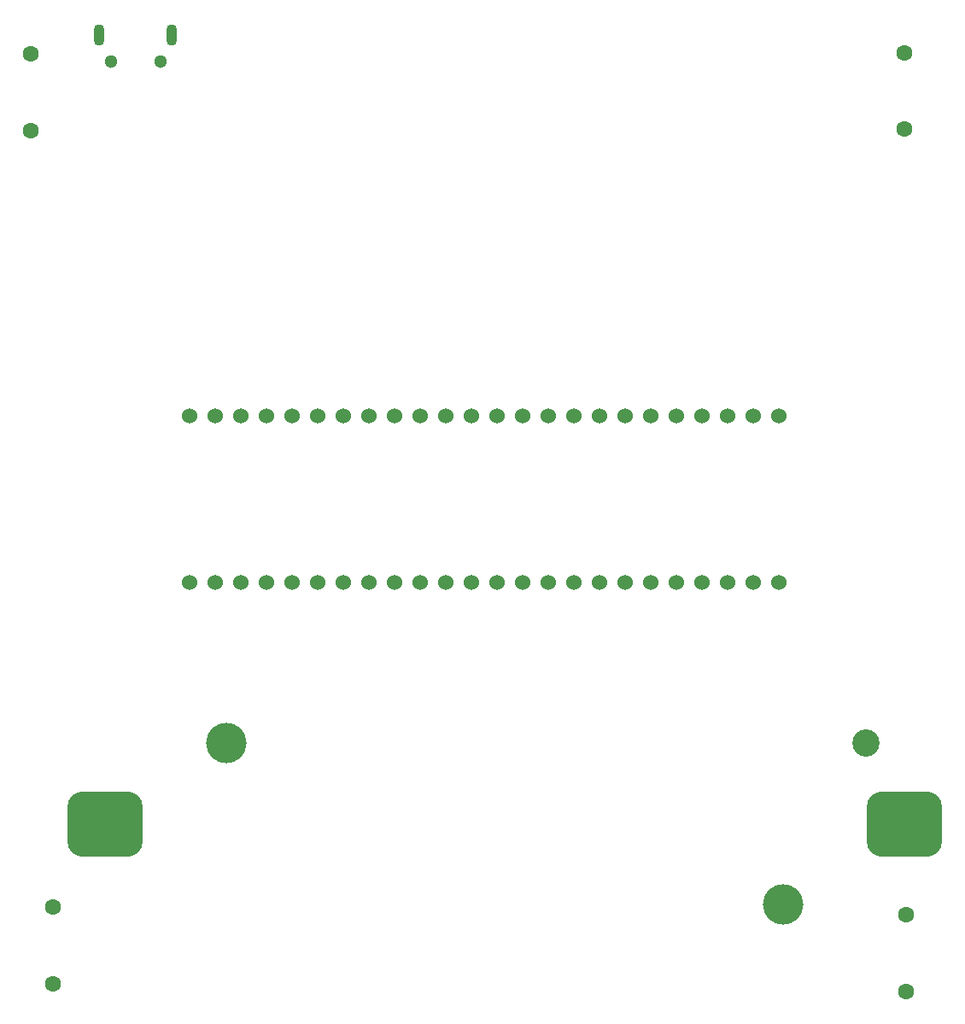
<source format=gbr>
%TF.GenerationSoftware,KiCad,Pcbnew,(7.0.0)*%
%TF.CreationDate,2023-04-14T09:52:48+02:00*%
%TF.ProjectId,EEE3088,45454533-3038-4382-9e6b-696361645f70,Rev_0*%
%TF.SameCoordinates,Original*%
%TF.FileFunction,Soldermask,Bot*%
%TF.FilePolarity,Negative*%
%FSLAX46Y46*%
G04 Gerber Fmt 4.6, Leading zero omitted, Abs format (unit mm)*
G04 Created by KiCad (PCBNEW (7.0.0)) date 2023-04-14 09:52:48*
%MOMM*%
%LPD*%
G01*
G04 APERTURE LIST*
G04 Aperture macros list*
%AMRoundRect*
0 Rectangle with rounded corners*
0 $1 Rounding radius*
0 $2 $3 $4 $5 $6 $7 $8 $9 X,Y pos of 4 corners*
0 Add a 4 corners polygon primitive as box body*
4,1,4,$2,$3,$4,$5,$6,$7,$8,$9,$2,$3,0*
0 Add four circle primitives for the rounded corners*
1,1,$1+$1,$2,$3*
1,1,$1+$1,$4,$5*
1,1,$1+$1,$6,$7*
1,1,$1+$1,$8,$9*
0 Add four rect primitives between the rounded corners*
20,1,$1+$1,$2,$3,$4,$5,0*
20,1,$1+$1,$4,$5,$6,$7,0*
20,1,$1+$1,$6,$7,$8,$9,0*
20,1,$1+$1,$8,$9,$2,$3,0*%
G04 Aperture macros list end*
%ADD10C,1.524000*%
%ADD11O,1.070000X2.140000*%
%ADD12C,1.300000*%
%ADD13C,1.600000*%
%ADD14C,4.000000*%
%ADD15C,2.700000*%
%ADD16RoundRect,1.625000X-2.125000X-1.625000X2.125000X-1.625000X2.125000X1.625000X-2.125000X1.625000X0*%
G04 APERTURE END LIST*
D10*
%TO.C,U5*%
X71980000Y-106110000D03*
X74520000Y-106110000D03*
X77060000Y-106110000D03*
X79600000Y-106110000D03*
X82140000Y-106110000D03*
X84680000Y-106110000D03*
X87220000Y-106110000D03*
X89760000Y-106110000D03*
X92300000Y-106110000D03*
X94840000Y-106110000D03*
X97380000Y-106110000D03*
X99920000Y-106110000D03*
X102460000Y-106110000D03*
X105000000Y-106110000D03*
X107540000Y-106110000D03*
X110080000Y-106110000D03*
X112620000Y-106110000D03*
X115160000Y-106110000D03*
X117700000Y-106110000D03*
X120240000Y-106110000D03*
X122780000Y-106110000D03*
X125320000Y-106110000D03*
X127860000Y-106110000D03*
X130400000Y-106110000D03*
X130400000Y-89600000D03*
X127860000Y-89600000D03*
X125320000Y-89600000D03*
X122780000Y-89600000D03*
X120240000Y-89600000D03*
X117700000Y-89600000D03*
X115160000Y-89600000D03*
X112620000Y-89600000D03*
X110080000Y-89600000D03*
X107540000Y-89600000D03*
X105000000Y-89600000D03*
X102460000Y-89600000D03*
X99920000Y-89600000D03*
X97380000Y-89600000D03*
X94840000Y-89600000D03*
X92300000Y-89600000D03*
X89760000Y-89600000D03*
X87220000Y-89600000D03*
X84680000Y-89600000D03*
X82140000Y-89600000D03*
X79600000Y-89600000D03*
X77060000Y-89600000D03*
X74520000Y-89600000D03*
X71980000Y-89600000D03*
%TD*%
D11*
%TO.C,J1*%
X63036999Y-51815999D03*
D12*
X64212000Y-54466000D03*
X69062000Y-54466000D03*
D11*
X70236999Y-51815999D03*
%TD*%
D13*
%TO.C,R17*%
X142875000Y-53594000D03*
X142875000Y-61194000D03*
%TD*%
%TO.C,R15*%
X56261000Y-53731000D03*
X56261000Y-61331000D03*
%TD*%
%TO.C,R16*%
X143002000Y-139075000D03*
X143002000Y-146675000D03*
%TD*%
%TO.C,R14*%
X58420000Y-138303000D03*
X58420000Y-145903000D03*
%TD*%
D14*
%TO.C,Battery-Holder1*%
X75625000Y-122048000D03*
X130825000Y-138048000D03*
D15*
X139045000Y-122048000D03*
D16*
X142875000Y-130048000D03*
X63575000Y-130048000D03*
%TD*%
M02*

</source>
